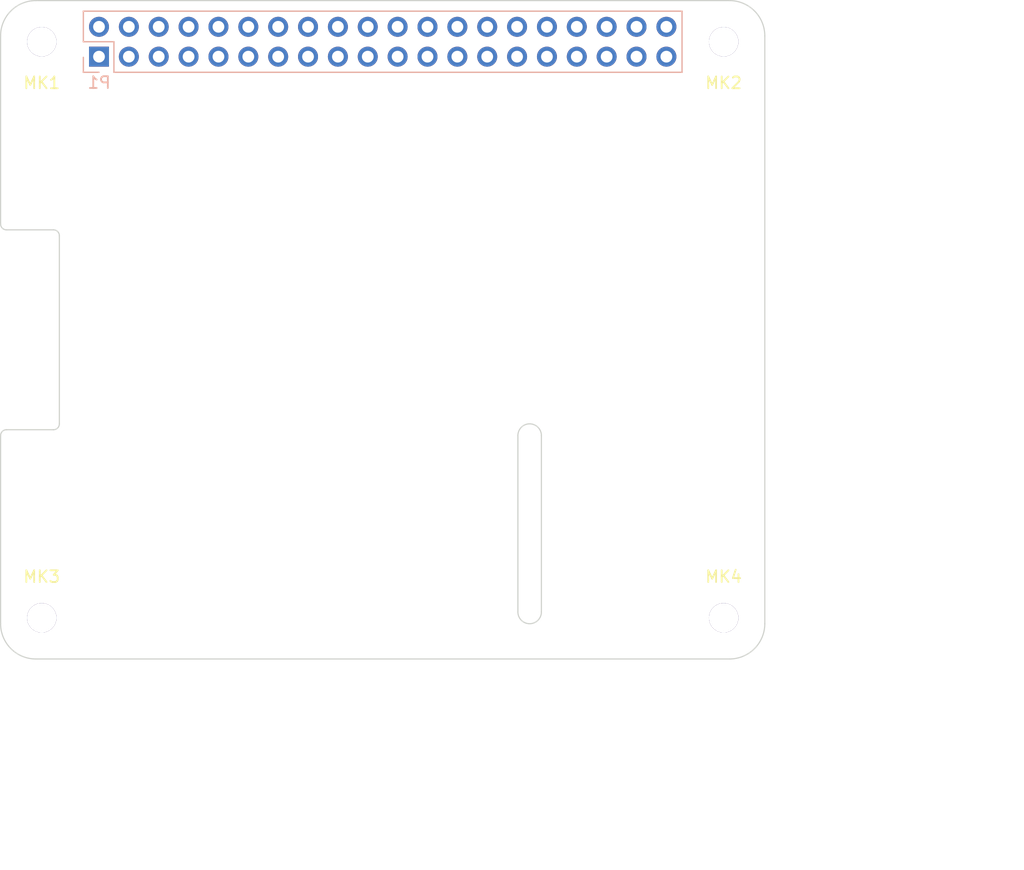
<source format=kicad_pcb>
(kicad_pcb (version 20170123) (host pcbnew "(2017-02-21 revision 35a8d78)-master")

  (general
    (links 9)
    (no_connects 9)
    (area 199.949999 88.772619 287.050001 168.05)
    (thickness 1.6)
    (drawings 39)
    (tracks 0)
    (zones 0)
    (modules 5)
    (nets 32)
  )

  (page A3)
  (title_block
    (date "15 nov 2012")
  )

  (layers
    (0 F.Cu signal)
    (31 B.Cu signal)
    (32 B.Adhes user)
    (33 F.Adhes user)
    (34 B.Paste user)
    (35 F.Paste user)
    (36 B.SilkS user)
    (37 F.SilkS user)
    (38 B.Mask user)
    (39 F.Mask user)
    (40 Dwgs.User user)
    (41 Cmts.User user)
    (42 Eco1.User user)
    (43 Eco2.User user)
    (44 Edge.Cuts user)
  )

  (setup
    (last_trace_width 0.2)
    (trace_clearance 0.2)
    (zone_clearance 0.508)
    (zone_45_only no)
    (trace_min 0.1524)
    (segment_width 0.1)
    (edge_width 0.1)
    (via_size 0.9)
    (via_drill 0.6)
    (via_min_size 0.8)
    (via_min_drill 0.5)
    (uvia_size 0.5)
    (uvia_drill 0.1)
    (uvias_allowed no)
    (uvia_min_size 0.5)
    (uvia_min_drill 0.1)
    (pcb_text_width 0.3)
    (pcb_text_size 1 1)
    (mod_edge_width 0.15)
    (mod_text_size 1 1)
    (mod_text_width 0.15)
    (pad_size 2.5 2.5)
    (pad_drill 2.5)
    (pad_to_mask_clearance 0)
    (aux_axis_origin 200 150)
    (grid_origin 200 150)
    (visible_elements 7FFFFFFF)
    (pcbplotparams
      (layerselection 0x00030_80000001)
      (usegerberextensions true)
      (excludeedgelayer true)
      (linewidth 0.150000)
      (plotframeref false)
      (viasonmask false)
      (mode 1)
      (useauxorigin false)
      (hpglpennumber 1)
      (hpglpenspeed 20)
      (hpglpendiameter 15)
      (psnegative false)
      (psa4output false)
      (plotreference true)
      (plotvalue true)
      (plotinvisibletext false)
      (padsonsilk false)
      (subtractmaskfromsilk false)
      (outputformat 1)
      (mirror false)
      (drillshape 1)
      (scaleselection 1)
      (outputdirectory ""))
  )

  (net 0 "")
  (net 1 +3V3)
  (net 2 +5V)
  (net 3 GND)
  (net 4 /ID_SD)
  (net 5 /ID_SC)
  (net 6 /GPIO5)
  (net 7 /GPIO6)
  (net 8 /GPIO26)
  (net 9 "/GPIO2(SDA1)")
  (net 10 "/GPIO3(SCL1)")
  (net 11 "/GPIO4(GCLK)")
  (net 12 "/GPIO14(TXD0)")
  (net 13 "/GPIO15(RXD0)")
  (net 14 "/GPIO17(GEN0)")
  (net 15 "/GPIO27(GEN2)")
  (net 16 "/GPIO22(GEN3)")
  (net 17 "/GPIO23(GEN4)")
  (net 18 "/GPIO24(GEN5)")
  (net 19 "/GPIO25(GEN6)")
  (net 20 "/GPIO18(GEN1)(PWM0)")
  (net 21 "/GPIO10(SPI0_MOSI)")
  (net 22 "/GPIO9(SPI0_MISO)")
  (net 23 "/GPIO11(SPI0_SCK)")
  (net 24 "/GPIO8(SPI0_CE_N)")
  (net 25 "/GPIO7(SPI1_CE_N)")
  (net 26 "/GPIO12(PWM0)")
  (net 27 "/GPIO13(PWM1)")
  (net 28 "/GPIO19(SPI1_MISO)")
  (net 29 /GPIO16)
  (net 30 "/GPIO20(SPI1_MOSI)")
  (net 31 "/GPIO21(SPI1_SCK)")

  (net_class Default "This is the default net class."
    (clearance 0.2)
    (trace_width 0.2)
    (via_dia 0.9)
    (via_drill 0.6)
    (uvia_dia 0.5)
    (uvia_drill 0.1)
    (add_net +3V3)
    (add_net +5V)
    (add_net "/GPIO10(SPI0_MOSI)")
    (add_net "/GPIO11(SPI0_SCK)")
    (add_net "/GPIO12(PWM0)")
    (add_net "/GPIO13(PWM1)")
    (add_net "/GPIO14(TXD0)")
    (add_net "/GPIO15(RXD0)")
    (add_net /GPIO16)
    (add_net "/GPIO17(GEN0)")
    (add_net "/GPIO18(GEN1)(PWM0)")
    (add_net "/GPIO19(SPI1_MISO)")
    (add_net "/GPIO2(SDA1)")
    (add_net "/GPIO20(SPI1_MOSI)")
    (add_net "/GPIO21(SPI1_SCK)")
    (add_net "/GPIO22(GEN3)")
    (add_net "/GPIO23(GEN4)")
    (add_net "/GPIO24(GEN5)")
    (add_net "/GPIO25(GEN6)")
    (add_net /GPIO26)
    (add_net "/GPIO27(GEN2)")
    (add_net "/GPIO3(SCL1)")
    (add_net "/GPIO4(GCLK)")
    (add_net /GPIO5)
    (add_net /GPIO6)
    (add_net "/GPIO7(SPI1_CE_N)")
    (add_net "/GPIO8(SPI0_CE_N)")
    (add_net "/GPIO9(SPI0_MISO)")
    (add_net /ID_SC)
    (add_net /ID_SD)
    (add_net GND)
  )

  (net_class Power ""
    (clearance 0.2)
    (trace_width 0.5)
    (via_dia 1)
    (via_drill 0.7)
    (uvia_dia 0.5)
    (uvia_drill 0.1)
  )

  (module Socket_Strips:Socket_Strip_Straight_2x20_Pitch2.54mm (layer B.Cu) (tedit 58CD544A) (tstamp 580C7F66)
    (at 208.37 98.77 270)
    (descr "Through hole straight socket strip, 2x20, 2.54mm pitch, double rows")
    (tags "Through hole socket strip THT 2x20 2.54mm double row")
    (path /59AD464A)
    (fp_text reference P1 (at 2.208 -0.012 180) (layer B.SilkS)
      (effects (font (size 1 1) (thickness 0.15)) (justify mirror))
    )
    (fp_text value Conn_02x20_Odd_Even (at -1.27 -50.59 270) (layer B.Fab)
      (effects (font (size 1 1) (thickness 0.15)) (justify mirror))
    )
    (fp_line (start -3.81 1.27) (end -3.81 -49.53) (layer B.Fab) (width 0.1))
    (fp_line (start -3.81 -49.53) (end 1.27 -49.53) (layer B.Fab) (width 0.1))
    (fp_line (start 1.27 -49.53) (end 1.27 1.27) (layer B.Fab) (width 0.1))
    (fp_line (start 1.27 1.27) (end -3.81 1.27) (layer B.Fab) (width 0.1))
    (fp_line (start 1.33 -1.27) (end 1.33 -49.59) (layer B.SilkS) (width 0.12))
    (fp_line (start 1.33 -49.59) (end -3.87 -49.59) (layer B.SilkS) (width 0.12))
    (fp_line (start -3.87 -49.59) (end -3.87 1.33) (layer B.SilkS) (width 0.12))
    (fp_line (start -3.87 1.33) (end -1.27 1.33) (layer B.SilkS) (width 0.12))
    (fp_line (start -1.27 1.33) (end -1.27 -1.27) (layer B.SilkS) (width 0.12))
    (fp_line (start -1.27 -1.27) (end 1.33 -1.27) (layer B.SilkS) (width 0.12))
    (fp_line (start 1.33 0) (end 1.33 1.33) (layer B.SilkS) (width 0.12))
    (fp_line (start 1.33 1.33) (end 0.06 1.33) (layer B.SilkS) (width 0.12))
    (fp_line (start -4.35 1.8) (end -4.35 -50.05) (layer B.CrtYd) (width 0.05))
    (fp_line (start -4.35 -50.05) (end 1.8 -50.05) (layer B.CrtYd) (width 0.05))
    (fp_line (start 1.8 -50.05) (end 1.8 1.8) (layer B.CrtYd) (width 0.05))
    (fp_line (start 1.8 1.8) (end -4.35 1.8) (layer B.CrtYd) (width 0.05))
    (fp_text user %R (at -1.27 2.33 270) (layer B.Fab)
      (effects (font (size 1 1) (thickness 0.15)) (justify mirror))
    )
    (pad 1 thru_hole rect (at 0 0 270) (size 1.7 1.7) (drill 1) (layers *.Cu *.Mask)
      (net 1 +3V3))
    (pad 2 thru_hole oval (at -2.54 0 270) (size 1.7 1.7) (drill 1) (layers *.Cu *.Mask)
      (net 2 +5V))
    (pad 3 thru_hole oval (at 0 -2.54 270) (size 1.7 1.7) (drill 1) (layers *.Cu *.Mask)
      (net 9 "/GPIO2(SDA1)"))
    (pad 4 thru_hole oval (at -2.54 -2.54 270) (size 1.7 1.7) (drill 1) (layers *.Cu *.Mask)
      (net 2 +5V))
    (pad 5 thru_hole oval (at 0 -5.08 270) (size 1.7 1.7) (drill 1) (layers *.Cu *.Mask)
      (net 10 "/GPIO3(SCL1)"))
    (pad 6 thru_hole oval (at -2.54 -5.08 270) (size 1.7 1.7) (drill 1) (layers *.Cu *.Mask)
      (net 3 GND))
    (pad 7 thru_hole oval (at 0 -7.62 270) (size 1.7 1.7) (drill 1) (layers *.Cu *.Mask)
      (net 11 "/GPIO4(GCLK)"))
    (pad 8 thru_hole oval (at -2.54 -7.62 270) (size 1.7 1.7) (drill 1) (layers *.Cu *.Mask)
      (net 12 "/GPIO14(TXD0)"))
    (pad 9 thru_hole oval (at 0 -10.16 270) (size 1.7 1.7) (drill 1) (layers *.Cu *.Mask)
      (net 3 GND))
    (pad 10 thru_hole oval (at -2.54 -10.16 270) (size 1.7 1.7) (drill 1) (layers *.Cu *.Mask)
      (net 13 "/GPIO15(RXD0)"))
    (pad 11 thru_hole oval (at 0 -12.7 270) (size 1.7 1.7) (drill 1) (layers *.Cu *.Mask)
      (net 14 "/GPIO17(GEN0)"))
    (pad 12 thru_hole oval (at -2.54 -12.7 270) (size 1.7 1.7) (drill 1) (layers *.Cu *.Mask)
      (net 20 "/GPIO18(GEN1)(PWM0)"))
    (pad 13 thru_hole oval (at 0 -15.24 270) (size 1.7 1.7) (drill 1) (layers *.Cu *.Mask)
      (net 15 "/GPIO27(GEN2)"))
    (pad 14 thru_hole oval (at -2.54 -15.24 270) (size 1.7 1.7) (drill 1) (layers *.Cu *.Mask)
      (net 3 GND))
    (pad 15 thru_hole oval (at 0 -17.78 270) (size 1.7 1.7) (drill 1) (layers *.Cu *.Mask)
      (net 16 "/GPIO22(GEN3)"))
    (pad 16 thru_hole oval (at -2.54 -17.78 270) (size 1.7 1.7) (drill 1) (layers *.Cu *.Mask)
      (net 17 "/GPIO23(GEN4)"))
    (pad 17 thru_hole oval (at 0 -20.32 270) (size 1.7 1.7) (drill 1) (layers *.Cu *.Mask)
      (net 1 +3V3))
    (pad 18 thru_hole oval (at -2.54 -20.32 270) (size 1.7 1.7) (drill 1) (layers *.Cu *.Mask)
      (net 18 "/GPIO24(GEN5)"))
    (pad 19 thru_hole oval (at 0 -22.86 270) (size 1.7 1.7) (drill 1) (layers *.Cu *.Mask)
      (net 21 "/GPIO10(SPI0_MOSI)"))
    (pad 20 thru_hole oval (at -2.54 -22.86 270) (size 1.7 1.7) (drill 1) (layers *.Cu *.Mask)
      (net 3 GND))
    (pad 21 thru_hole oval (at 0 -25.4 270) (size 1.7 1.7) (drill 1) (layers *.Cu *.Mask)
      (net 22 "/GPIO9(SPI0_MISO)"))
    (pad 22 thru_hole oval (at -2.54 -25.4 270) (size 1.7 1.7) (drill 1) (layers *.Cu *.Mask)
      (net 19 "/GPIO25(GEN6)"))
    (pad 23 thru_hole oval (at 0 -27.94 270) (size 1.7 1.7) (drill 1) (layers *.Cu *.Mask)
      (net 23 "/GPIO11(SPI0_SCK)"))
    (pad 24 thru_hole oval (at -2.54 -27.94 270) (size 1.7 1.7) (drill 1) (layers *.Cu *.Mask)
      (net 24 "/GPIO8(SPI0_CE_N)"))
    (pad 25 thru_hole oval (at 0 -30.48 270) (size 1.7 1.7) (drill 1) (layers *.Cu *.Mask)
      (net 3 GND))
    (pad 26 thru_hole oval (at -2.54 -30.48 270) (size 1.7 1.7) (drill 1) (layers *.Cu *.Mask)
      (net 25 "/GPIO7(SPI1_CE_N)"))
    (pad 27 thru_hole oval (at 0 -33.02 270) (size 1.7 1.7) (drill 1) (layers *.Cu *.Mask)
      (net 4 /ID_SD))
    (pad 28 thru_hole oval (at -2.54 -33.02 270) (size 1.7 1.7) (drill 1) (layers *.Cu *.Mask)
      (net 5 /ID_SC))
    (pad 29 thru_hole oval (at 0 -35.56 270) (size 1.7 1.7) (drill 1) (layers *.Cu *.Mask)
      (net 6 /GPIO5))
    (pad 30 thru_hole oval (at -2.54 -35.56 270) (size 1.7 1.7) (drill 1) (layers *.Cu *.Mask)
      (net 3 GND))
    (pad 31 thru_hole oval (at 0 -38.1 270) (size 1.7 1.7) (drill 1) (layers *.Cu *.Mask)
      (net 7 /GPIO6))
    (pad 32 thru_hole oval (at -2.54 -38.1 270) (size 1.7 1.7) (drill 1) (layers *.Cu *.Mask)
      (net 26 "/GPIO12(PWM0)"))
    (pad 33 thru_hole oval (at 0 -40.64 270) (size 1.7 1.7) (drill 1) (layers *.Cu *.Mask)
      (net 27 "/GPIO13(PWM1)"))
    (pad 34 thru_hole oval (at -2.54 -40.64 270) (size 1.7 1.7) (drill 1) (layers *.Cu *.Mask)
      (net 3 GND))
    (pad 35 thru_hole oval (at 0 -43.18 270) (size 1.7 1.7) (drill 1) (layers *.Cu *.Mask)
      (net 28 "/GPIO19(SPI1_MISO)"))
    (pad 36 thru_hole oval (at -2.54 -43.18 270) (size 1.7 1.7) (drill 1) (layers *.Cu *.Mask)
      (net 29 /GPIO16))
    (pad 37 thru_hole oval (at 0 -45.72 270) (size 1.7 1.7) (drill 1) (layers *.Cu *.Mask)
      (net 8 /GPIO26))
    (pad 38 thru_hole oval (at -2.54 -45.72 270) (size 1.7 1.7) (drill 1) (layers *.Cu *.Mask)
      (net 30 "/GPIO20(SPI1_MOSI)"))
    (pad 39 thru_hole oval (at 0 -48.26 270) (size 1.7 1.7) (drill 1) (layers *.Cu *.Mask)
      (net 3 GND))
    (pad 40 thru_hole oval (at -2.54 -48.26 270) (size 1.7 1.7) (drill 1) (layers *.Cu *.Mask)
      (net 31 "/GPIO21(SPI1_SCK)"))
    (model ${KISYS3DMOD}/Socket_Strips.3dshapes/Socket_Strip_Straight_2x20_Pitch2.54mm.wrl
      (at (xyz -0.05 -0.95 0))
      (scale (xyz 1 1 1))
      (rotate (xyz 0 0 270))
    )
  )

  (module Mounting_Holes:MountingHole_2-5mm (layer F.Cu) (tedit 5834FC00) (tstamp 580CBA7A)
    (at 203.5 97.5 180)
    (descr "Mounting hole, Befestigungsbohrung, 2,5mm, No Annular, Kein Restring,")
    (tags "Mounting hole, Befestigungsbohrung, 2,5mm, No Annular, Kein Restring,")
    (path /5834FB2E)
    (fp_text reference MK1 (at 0 -3.50012 180) (layer F.SilkS)
      (effects (font (size 1 1) (thickness 0.15)))
    )
    (fp_text value M2.5 (at 0.09906 3.59918 180) (layer F.Fab)
      (effects (font (size 1 1) (thickness 0.15)))
    )
    (fp_circle (center 0 0) (end 2.5 0) (layer Cmts.User) (width 0.381))
    (pad 1 thru_hole circle (at 0 0 180) (size 2.5 2.5) (drill 2.5) (layers *.Cu *.Mask)
      (solder_mask_margin 1.25) (clearance 1.35))
  )

  (module Mounting_Holes:MountingHole_2-5mm (layer F.Cu) (tedit 5834FC0B) (tstamp 580CBAAE)
    (at 261.5 97.5 180)
    (descr "Mounting hole, Befestigungsbohrung, 2,5mm, No Annular, Kein Restring,")
    (tags "Mounting hole, Befestigungsbohrung, 2,5mm, No Annular, Kein Restring,")
    (path /5834FC19)
    (fp_text reference MK2 (at 0 -3.50012 180) (layer F.SilkS)
      (effects (font (size 1 1) (thickness 0.15)))
    )
    (fp_text value M2.5 (at 0.09906 3.59918 180) (layer F.Fab)
      (effects (font (size 1 1) (thickness 0.15)))
    )
    (fp_circle (center 0 0) (end 2.5 0) (layer Cmts.User) (width 0.381))
    (pad 1 thru_hole circle (at 0 0 180) (size 2.5 2.5) (drill 2.5) (layers *.Cu *.Mask)
      (solder_mask_margin 1.25) (clearance 1.35))
  )

  (module Mounting_Holes:MountingHole_2-5mm (layer F.Cu) (tedit 5834FC1C) (tstamp 580CBAC8)
    (at 203.5 146.5)
    (descr "Mounting hole, Befestigungsbohrung, 2,5mm, No Annular, Kein Restring,")
    (tags "Mounting hole, Befestigungsbohrung, 2,5mm, No Annular, Kein Restring,")
    (path /5834FBEF)
    (fp_text reference MK3 (at 0 -3.50012) (layer F.SilkS)
      (effects (font (size 1 1) (thickness 0.15)))
    )
    (fp_text value M2.5 (at 0.09906 3.59918) (layer F.Fab)
      (effects (font (size 1 1) (thickness 0.15)))
    )
    (fp_circle (center 0 0) (end 2.5 0) (layer Cmts.User) (width 0.381))
    (pad 1 thru_hole circle (at 0 0) (size 2.5 2.5) (drill 2.5) (layers *.Cu *.Mask)
      (solder_mask_margin 1.25) (clearance 1.35))
  )

  (module Mounting_Holes:MountingHole_2-5mm (layer F.Cu) (tedit 5834FC15) (tstamp 580CBAD7)
    (at 261.5 146.5)
    (descr "Mounting hole, Befestigungsbohrung, 2,5mm, No Annular, Kein Restring,")
    (tags "Mounting hole, Befestigungsbohrung, 2,5mm, No Annular, Kein Restring,")
    (path /5834FC4F)
    (fp_text reference MK4 (at 0 -3.50012) (layer F.SilkS)
      (effects (font (size 1 1) (thickness 0.15)))
    )
    (fp_text value M2.5 (at 0.09906 3.59918) (layer F.Fab)
      (effects (font (size 1 1) (thickness 0.15)))
    )
    (fp_circle (center 0 0) (end 2.5 0) (layer Cmts.User) (width 0.381))
    (pad 1 thru_hole circle (at 0 0) (size 2.5 2.5) (drill 2.5) (layers *.Cu *.Mask)
      (solder_mask_margin 1.25) (clearance 1.35))
  )

  (gr_line (start 244 146) (end 244 131) (layer Edge.Cuts) (width 0.1))
  (gr_line (start 246 131) (end 246 146) (layer Edge.Cuts) (width 0.1))
  (gr_arc (start 245 131) (end 244 131) (angle 180) (layer Edge.Cuts) (width 0.1))
  (gr_arc (start 245 146) (end 246 146) (angle 180) (layer Edge.Cuts) (width 0.1))
  (gr_arc (start 200.5 131) (end 200 131) (angle 89.9) (layer Edge.Cuts) (width 0.1))
  (gr_arc (start 204.5 130) (end 205 130) (angle 90) (layer Edge.Cuts) (width 0.1))
  (gr_arc (start 200.5 113) (end 200.5 113.5) (angle 90) (layer Edge.Cuts) (width 0.1))
  (gr_arc (start 204.5 114) (end 204.5 113.5) (angle 90) (layer Edge.Cuts) (width 0.1))
  (gr_line (start 200 113) (end 200 131) (layer Dwgs.User) (width 0.1))
  (gr_line (start 200 97) (end 200 113) (layer Edge.Cuts) (width 0.1))
  (gr_text DISPLAY (at 202.5 122 90) (layer Dwgs.User) (tstamp 580CBBFF)
    (effects (font (size 1 1) (thickness 0.15)))
  )
  (gr_text CAMERA (at 245 139 90) (layer Dwgs.User)
    (effects (font (size 1 1) (thickness 0.15)))
  )
  (gr_text RJ45 (at 276.2 139.84) (layer Dwgs.User) (tstamp 580CBBEB)
    (effects (font (size 2 2) (thickness 0.15)))
  )
  (gr_text USB (at 277.724 121.552) (layer Dwgs.User) (tstamp 580CBBE9)
    (effects (font (size 2 2) (thickness 0.15)))
  )
  (gr_text USB (at 278.232 102.248) (layer Dwgs.User)
    (effects (font (size 2 2) (thickness 0.15)))
  )
  (gr_arc (start 262 97) (end 262 94) (angle 90) (layer Edge.Cuts) (width 0.1))
  (gr_arc (start 262 147) (end 265 147) (angle 90) (layer Edge.Cuts) (width 0.1))
  (gr_arc (start 203 147) (end 203 150) (angle 90) (layer Edge.Cuts) (width 0.1))
  (gr_arc (start 203 97) (end 200 97) (angle 90) (layer Edge.Cuts) (width 0.1))
  (gr_line (start 269.9 114.45) (end 287 114.45) (layer Dwgs.User) (width 0.1))
  (gr_line (start 262 94) (end 203 94) (layer Edge.Cuts) (width 0.1))
  (gr_line (start 269.9 127.55) (end 269.9 114.45) (layer Dwgs.User) (width 0.1))
  (gr_line (start 287 127.55) (end 269.9 127.55) (layer Dwgs.User) (width 0.1))
  (gr_line (start 287 114.45) (end 287 127.55) (layer Dwgs.User) (width 0.1))
  (gr_line (start 204.5 130.5) (end 200.5 130.5) (layer Edge.Cuts) (width 0.1))
  (gr_line (start 205 114) (end 205 130) (layer Edge.Cuts) (width 0.1))
  (gr_line (start 200.5 113.5) (end 204.5 113.5) (layer Edge.Cuts) (width 0.1))
  (gr_line (start 266 147.675) (end 266 131.825) (layer Dwgs.User) (width 0.1))
  (gr_line (start 287 147.675) (end 266 147.675) (layer Dwgs.User) (width 0.1))
  (gr_line (start 287 131.825) (end 287 147.675) (layer Dwgs.User) (width 0.1))
  (gr_line (start 266 131.825) (end 287 131.825) (layer Dwgs.User) (width 0.1))
  (gr_line (start 265 147) (end 265 97) (layer Edge.Cuts) (width 0.1))
  (gr_line (start 203 150) (end 262 150) (layer Edge.Cuts) (width 0.1))
  (gr_line (start 200 131) (end 200 147) (layer Edge.Cuts) (width 0.1))
  (gr_line (start 269.9 109.455925) (end 269.9 96.355925) (layer Dwgs.User) (width 0.1))
  (gr_line (start 287 109.455925) (end 269.9 109.455925) (layer Dwgs.User) (width 0.1))
  (gr_line (start 287 96.355925) (end 287 109.455925) (layer Dwgs.User) (width 0.1))
  (gr_line (start 269.9 96.355925) (end 287 96.355925) (layer Dwgs.User) (width 0.1))
  (gr_text "RASPBERRY-PI 40-PIN ADDON BOARD\nVIEW FROM TOP\nNOTE: P1 SHOULD BE FITTED ON THE REVERSE OF THE BOARD\n\nADD EDGE CUTS FROM CAMERA AND DISPLAY PORTS AS REQUIRED" (at 200 160.16) (layer Dwgs.User)
    (effects (font (size 2 1.7) (thickness 0.12)) (justify left))
  )

)

</source>
